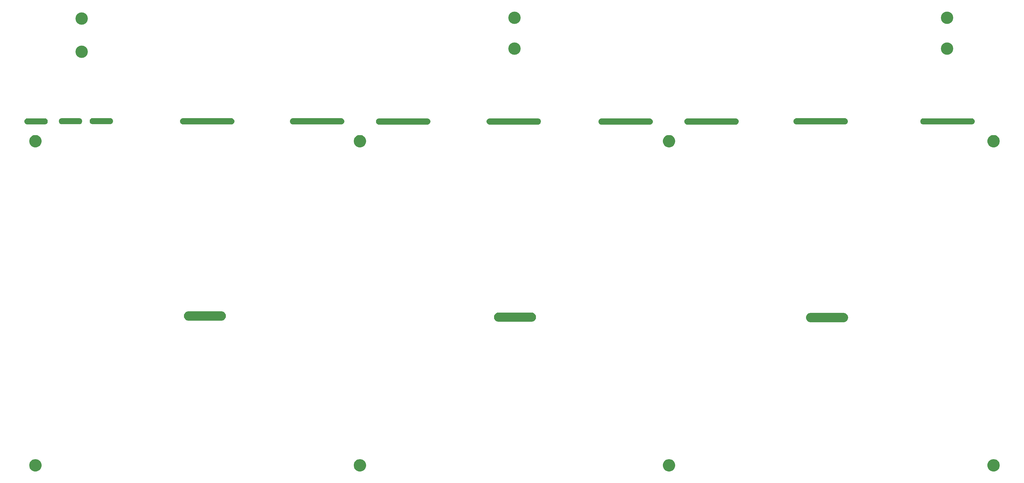
<source format=gbr>
%TF.GenerationSoftware,Altium Limited,Altium Designer,26.1.1 (7)*%
G04 Layer_Color=0*
%FSLAX43Y43*%
%MOMM*%
%TF.SameCoordinates,F910D8A4-5627-44EB-A571-6FFAAA827985*%
%TF.FilePolarity,Positive*%
%TF.FileFunction,NonPlated,1,2,NPTH,Drill*%
%TF.Part,Single*%
G01*
G75*
%TA.AperFunction,ComponentDrill*%
%ADD119C,4.000*%
G36*
X292305Y115425D02*
X307904Y115425D01*
Y115425D01*
X308036D01*
X308290Y115493D01*
X308518Y115625D01*
X308704Y115811D01*
X308836Y116039D01*
X308904Y116294D01*
Y116557D01*
X308836Y116811D01*
X308704Y117039D01*
X308518Y117225D01*
X308290Y117357D01*
X308036Y117425D01*
X307904D01*
D01*
Y117425D01*
X292305Y117425D01*
Y117425D01*
X292174D01*
X291919Y117357D01*
X291691Y117225D01*
X291505Y117039D01*
X291373Y116811D01*
X291305Y116557D01*
Y116294D01*
X291373Y116039D01*
X291505Y115811D01*
X291691Y115625D01*
X291919Y115493D01*
X292174Y115425D01*
X292305D01*
Y115425D01*
D02*
G37*
G36*
X5000Y3000D02*
X4803D01*
X4417Y3077D01*
X4053Y3228D01*
X3725Y3447D01*
X3447Y3725D01*
X3228Y4053D01*
X3077Y4417D01*
X3000Y4803D01*
Y5000D01*
Y5197D01*
X3077Y5583D01*
X3228Y5947D01*
X3447Y6275D01*
X3725Y6554D01*
X4053Y6772D01*
X4417Y6923D01*
X4803Y7000D01*
X5000D01*
X5197D01*
X5583Y6923D01*
X5947Y6772D01*
X6275Y6554D01*
X6554Y6275D01*
X6772Y5947D01*
X6923Y5583D01*
X7000Y5197D01*
Y5000D01*
Y4803D01*
X6923Y4417D01*
X6772Y4053D01*
X6554Y3725D01*
X6275Y3447D01*
X5947Y3228D01*
X5583Y3077D01*
X5197Y3000D01*
X5000D01*
D01*
D02*
G37*
G36*
X23561Y115508D02*
X29120D01*
Y115508D01*
X29251D01*
X29506Y115576D01*
X29734Y115708D01*
X29920Y115894D01*
X30052Y116122D01*
X30120Y116377D01*
Y116640D01*
X30052Y116894D01*
X29920Y117122D01*
X29734Y117308D01*
X29506Y117440D01*
X29251Y117508D01*
X29120D01*
D01*
Y117508D01*
X23561D01*
Y117508D01*
X23429D01*
X23175Y117440D01*
X22947Y117308D01*
X22760Y117122D01*
X22629Y116894D01*
X22561Y116640D01*
Y116377D01*
X22629Y116122D01*
X22760Y115894D01*
X22947Y115708D01*
X23175Y115576D01*
X23429Y115508D01*
X23561D01*
Y115508D01*
D02*
G37*
G36*
X13588Y115483D02*
X19147D01*
Y115484D01*
X19279D01*
X19533Y115552D01*
X19761Y115683D01*
X19948Y115870D01*
X20079Y116098D01*
X20147Y116352D01*
Y116615D01*
X20079Y116870D01*
X19948Y117098D01*
X19761Y117284D01*
X19533Y117415D01*
X19279Y117484D01*
X19147D01*
D01*
Y117483D01*
X13588D01*
Y117484D01*
X13457D01*
X13202Y117415D01*
X12974Y117284D01*
X12788Y117098D01*
X12656Y116870D01*
X12588Y116615D01*
Y116352D01*
X12656Y116098D01*
X12788Y115870D01*
X12974Y115683D01*
X13202Y115552D01*
X13457Y115484D01*
X13588D01*
Y115483D01*
D02*
G37*
G36*
X2441Y115425D02*
X8000D01*
Y115425D01*
X8132D01*
X8386Y115493D01*
X8614Y115625D01*
X8800Y115811D01*
X8932Y116039D01*
X9000Y116294D01*
Y116557D01*
X8932Y116811D01*
X8800Y117039D01*
X8614Y117225D01*
X8386Y117357D01*
X8132Y117425D01*
X8000D01*
D01*
Y117425D01*
X2441D01*
Y117425D01*
X2309D01*
X2055Y117357D01*
X1827Y117225D01*
X1641Y117039D01*
X1509Y116811D01*
X1441Y116557D01*
Y116294D01*
X1509Y116039D01*
X1641Y115811D01*
X1827Y115625D01*
X2055Y115493D01*
X2309Y115425D01*
X2441D01*
Y115425D01*
D02*
G37*
G36*
X52794Y115450D02*
X52662D01*
X52408Y115518D01*
X52180Y115650D01*
X51994Y115836D01*
X51862Y116064D01*
X51794Y116319D01*
Y116582D01*
X51862Y116836D01*
X51994Y117064D01*
X52180Y117250D01*
X52408Y117382D01*
X52662Y117450D01*
X52794D01*
D01*
Y117450D01*
X68393Y117450D01*
Y117450D01*
X68525D01*
X68779Y117382D01*
X69007Y117250D01*
X69193Y117064D01*
X69325Y116836D01*
X69393Y116582D01*
Y116319D01*
X69325Y116064D01*
X69193Y115836D01*
X69007Y115650D01*
X68779Y115518D01*
X68525Y115450D01*
X68393D01*
D01*
Y115450D01*
X52794Y115450D01*
D02*
G37*
G36*
X88340Y115435D02*
X103940Y115435D01*
Y115436D01*
X104071D01*
X104325Y115504D01*
X104554Y115635D01*
X104740Y115822D01*
X104871Y116050D01*
X104940Y116304D01*
Y116567D01*
X104871Y116822D01*
X104740Y117050D01*
X104554Y117236D01*
X104325Y117367D01*
X104071Y117436D01*
X103940D01*
D01*
Y117435D01*
X88340Y117435D01*
Y117436D01*
X88209D01*
X87954Y117367D01*
X87726Y117236D01*
X87540Y117050D01*
X87409Y116822D01*
X87340Y116567D01*
Y116304D01*
X87409Y116050D01*
X87540Y115822D01*
X87726Y115635D01*
X87954Y115504D01*
X88209Y115436D01*
X88340D01*
Y115435D01*
D02*
G37*
G36*
X116190Y115385D02*
X131790Y115385D01*
Y115386D01*
X131921D01*
X132175Y115454D01*
X132404Y115585D01*
X132590Y115771D01*
X132721Y116000D01*
X132790Y116254D01*
Y116517D01*
X132721Y116771D01*
X132590Y117000D01*
X132404Y117186D01*
X132175Y117317D01*
X131921Y117386D01*
X131790D01*
D01*
Y117385D01*
X116190Y117385D01*
Y117386D01*
X116059D01*
X115804Y117317D01*
X115576Y117186D01*
X115390Y117000D01*
X115259Y116771D01*
X115190Y116517D01*
Y116254D01*
X115259Y116000D01*
X115390Y115771D01*
X115576Y115585D01*
X115804Y115454D01*
X116059Y115386D01*
X116190D01*
Y115385D01*
D02*
G37*
G36*
X151981Y115386D02*
X151850D01*
X151595Y115454D01*
X151367Y115585D01*
X151181Y115771D01*
X151050Y116000D01*
X150981Y116254D01*
Y116517D01*
X151050Y116771D01*
X151181Y117000D01*
X151367Y117186D01*
X151595Y117317D01*
X151850Y117386D01*
X151981D01*
D01*
Y117385D01*
X167580Y117385D01*
Y117386D01*
X167712D01*
X167966Y117317D01*
X168194Y117186D01*
X168381Y117000D01*
X168512Y116771D01*
X168580Y116517D01*
Y116254D01*
X168512Y116000D01*
X168381Y115771D01*
X168194Y115585D01*
X167966Y115454D01*
X167712Y115386D01*
X167580D01*
D01*
Y115385D01*
X151981Y115386D01*
D02*
G37*
G36*
X188165Y115360D02*
X203765Y115360D01*
Y115361D01*
X203896D01*
X204150Y115429D01*
X204379Y115560D01*
X204565Y115746D01*
X204696Y115975D01*
X204765Y116229D01*
Y116492D01*
X204696Y116746D01*
X204565Y116975D01*
X204379Y117161D01*
X204150Y117292D01*
X203896Y117361D01*
X203765D01*
D01*
Y117360D01*
X188165Y117360D01*
Y117361D01*
X188034D01*
X187779Y117292D01*
X187551Y117161D01*
X187365Y116975D01*
X187234Y116746D01*
X187165Y116492D01*
Y116229D01*
X187234Y115975D01*
X187365Y115746D01*
X187551Y115560D01*
X187779Y115429D01*
X188034Y115361D01*
X188165D01*
Y115360D01*
D02*
G37*
G36*
X215965Y115385D02*
X231565Y115385D01*
Y115386D01*
X231696D01*
X231950Y115454D01*
X232179Y115585D01*
X232365Y115771D01*
X232496Y116000D01*
X232565Y116254D01*
Y116517D01*
X232496Y116771D01*
X232365Y117000D01*
X232179Y117186D01*
X231950Y117317D01*
X231696Y117386D01*
X231565D01*
D01*
Y117385D01*
X215965Y117385D01*
Y117386D01*
X215834D01*
X215579Y117317D01*
X215351Y117186D01*
X215165Y117000D01*
X215034Y116771D01*
X214965Y116517D01*
Y116254D01*
X215034Y116000D01*
X215165Y115771D01*
X215351Y115585D01*
X215579Y115454D01*
X215834Y115386D01*
X215965D01*
Y115385D01*
D02*
G37*
G36*
X251265Y115435D02*
X266865Y115435D01*
Y115436D01*
X266996D01*
X267250Y115504D01*
X267479Y115635D01*
X267665Y115822D01*
X267796Y116050D01*
X267865Y116304D01*
Y116567D01*
X267796Y116822D01*
X267665Y117050D01*
X267479Y117236D01*
X267250Y117367D01*
X266996Y117436D01*
X266865D01*
D01*
Y117435D01*
X251265Y117435D01*
Y117436D01*
X251134D01*
X250879Y117367D01*
X250651Y117236D01*
X250465Y117050D01*
X250334Y116822D01*
X250265Y116567D01*
Y116304D01*
X250334Y116050D01*
X250465Y115822D01*
X250651Y115635D01*
X250879Y115504D01*
X251134Y115436D01*
X251265D01*
Y115435D01*
D02*
G37*
G36*
X313000Y5000D02*
Y4803D01*
X313077Y4417D01*
X313228Y4053D01*
X313447Y3725D01*
X313725Y3447D01*
X314053Y3228D01*
X314417Y3077D01*
X314803Y3000D01*
X315000D01*
X315197D01*
X315583Y3077D01*
X315947Y3228D01*
X316275Y3447D01*
X316553Y3725D01*
X316772Y4053D01*
X316923Y4417D01*
X317000Y4803D01*
Y5000D01*
Y5197D01*
X316923Y5583D01*
X316772Y5947D01*
X316553Y6275D01*
X316275Y6554D01*
X315947Y6772D01*
X315583Y6923D01*
X315197Y7000D01*
X315000D01*
X314803D01*
X314417Y6923D01*
X314053Y6772D01*
X313725Y6554D01*
X313447Y6275D01*
X313228Y5947D01*
X313077Y5583D01*
X313000Y5197D01*
Y5000D01*
D01*
D02*
G37*
G36*
X208000D02*
Y4803D01*
X208077Y4417D01*
X208228Y4053D01*
X208446Y3725D01*
X208725Y3447D01*
X209053Y3228D01*
X209417Y3077D01*
X209803Y3000D01*
X210000D01*
X210197D01*
X210583Y3077D01*
X210947Y3228D01*
X211275Y3447D01*
X211553Y3725D01*
X211772Y4053D01*
X211923Y4417D01*
X212000Y4803D01*
Y5000D01*
Y5197D01*
X211923Y5583D01*
X211772Y5947D01*
X211553Y6275D01*
X211275Y6554D01*
X210947Y6772D01*
X210583Y6923D01*
X210197Y7000D01*
X210000D01*
X209803D01*
X209417Y6923D01*
X209053Y6772D01*
X208725Y6554D01*
X208446Y6275D01*
X208228Y5947D01*
X208077Y5583D01*
X208000Y5197D01*
Y5000D01*
D01*
D02*
G37*
G36*
X108000D02*
Y4803D01*
X108077Y4417D01*
X108228Y4053D01*
X108447Y3725D01*
X108725Y3447D01*
X109053Y3228D01*
X109417Y3077D01*
X109803Y3000D01*
X110000D01*
X110197D01*
X110583Y3077D01*
X110947Y3228D01*
X111275Y3447D01*
X111553Y3725D01*
X111772Y4053D01*
X111923Y4417D01*
X112000Y4803D01*
Y5000D01*
Y5197D01*
X111923Y5583D01*
X111772Y5947D01*
X111553Y6275D01*
X111275Y6554D01*
X110947Y6772D01*
X110583Y6923D01*
X110197Y7000D01*
X110000D01*
X109803D01*
X109417Y6923D01*
X109053Y6772D01*
X108725Y6554D01*
X108447Y6275D01*
X108228Y5947D01*
X108077Y5583D01*
X108000Y5197D01*
Y5000D01*
D01*
D02*
G37*
G36*
X110000Y108004D02*
X109803D01*
X109417Y108081D01*
X109053Y108231D01*
X108725Y108450D01*
X108447Y108729D01*
X108228Y109056D01*
X108077Y109420D01*
X108000Y109807D01*
Y110004D01*
Y110201D01*
X108077Y110587D01*
X108228Y110951D01*
X108447Y111279D01*
X108725Y111557D01*
X109053Y111776D01*
X109417Y111927D01*
X109803Y112004D01*
X110000D01*
X110197D01*
X110583Y111927D01*
X110947Y111776D01*
X111275Y111557D01*
X111553Y111279D01*
X111772Y110951D01*
X111923Y110587D01*
X112000Y110201D01*
Y110004D01*
Y109807D01*
X111923Y109420D01*
X111772Y109056D01*
X111553Y108729D01*
X111275Y108450D01*
X110947Y108231D01*
X110583Y108081D01*
X110197Y108004D01*
X110000D01*
D01*
D02*
G37*
G36*
X208000Y110004D02*
Y109807D01*
X208077Y109420D01*
X208228Y109056D01*
X208446Y108729D01*
X208725Y108450D01*
X209053Y108231D01*
X209417Y108081D01*
X209803Y108004D01*
X210000D01*
X210197D01*
X210583Y108081D01*
X210947Y108231D01*
X211275Y108450D01*
X211553Y108729D01*
X211772Y109056D01*
X211923Y109420D01*
X212000Y109807D01*
Y110004D01*
Y110201D01*
X211923Y110587D01*
X211772Y110951D01*
X211553Y111279D01*
X211275Y111557D01*
X210947Y111776D01*
X210583Y111927D01*
X210197Y112004D01*
X210000D01*
X209803D01*
X209417Y111927D01*
X209053Y111776D01*
X208725Y111557D01*
X208446Y111279D01*
X208228Y110951D01*
X208077Y110587D01*
X208000Y110201D01*
Y110004D01*
D01*
D02*
G37*
G36*
X65136Y51881D02*
X54537D01*
X54389D01*
X54099Y51938D01*
X53826Y52052D01*
X53581Y52216D01*
X53372Y52425D01*
X53208Y52670D01*
X53094Y52943D01*
X53037Y53233D01*
Y53529D01*
X53094Y53818D01*
X53208Y54091D01*
X53372Y54337D01*
X53581Y54546D01*
X53826Y54710D01*
X54099Y54823D01*
X54389Y54881D01*
X54537D01*
D01*
X65136D01*
X65284D01*
X65574Y54823D01*
X65847Y54710D01*
X66092Y54546D01*
X66301Y54337D01*
X66465Y54091D01*
X66578Y53818D01*
X66636Y53529D01*
Y53233D01*
X66578Y52943D01*
X66465Y52670D01*
X66301Y52425D01*
X66092Y52216D01*
X65847Y52052D01*
X65574Y51938D01*
X65284Y51881D01*
X65136D01*
D01*
D02*
G37*
G36*
X266427Y51384D02*
X255828D01*
X255680D01*
X255390Y51442D01*
X255117Y51555D01*
X254871Y51719D01*
X254662Y51928D01*
X254498Y52174D01*
X254385Y52447D01*
X254328Y52737D01*
Y53032D01*
X254385Y53322D01*
X254498Y53595D01*
X254662Y53841D01*
X254871Y54050D01*
X255117Y54214D01*
X255390Y54327D01*
X255680Y54384D01*
X255828D01*
D01*
X266427D01*
X266574D01*
X266864Y54327D01*
X267137Y54214D01*
X267383Y54050D01*
X267592Y53841D01*
X267756Y53595D01*
X267869Y53322D01*
X267927Y53032D01*
Y52737D01*
X267869Y52447D01*
X267756Y52174D01*
X267592Y51928D01*
X267383Y51719D01*
X267137Y51555D01*
X266864Y51442D01*
X266574Y51384D01*
X266427D01*
D01*
D02*
G37*
G36*
X313000Y110004D02*
Y109807D01*
X313077Y109420D01*
X313228Y109056D01*
X313447Y108729D01*
X313725Y108450D01*
X314053Y108231D01*
X314417Y108081D01*
X314803Y108004D01*
X315000D01*
X315197D01*
X315583Y108081D01*
X315947Y108231D01*
X316275Y108450D01*
X316553Y108729D01*
X316772Y109056D01*
X316923Y109420D01*
X317000Y109807D01*
Y110004D01*
Y110201D01*
X316923Y110587D01*
X316772Y110951D01*
X316553Y111279D01*
X316275Y111557D01*
X315947Y111776D01*
X315583Y111927D01*
X315197Y112004D01*
X315000D01*
X314803D01*
X314417Y111927D01*
X314053Y111776D01*
X313725Y111557D01*
X313447Y111279D01*
X313228Y110951D01*
X313077Y110587D01*
X313000Y110201D01*
Y110004D01*
D01*
D02*
G37*
G36*
X5000Y108004D02*
X4803D01*
X4417Y108081D01*
X4053Y108231D01*
X3725Y108450D01*
X3447Y108729D01*
X3228Y109056D01*
X3077Y109420D01*
X3000Y109807D01*
Y110004D01*
Y110201D01*
X3077Y110587D01*
X3228Y110951D01*
X3447Y111279D01*
X3725Y111557D01*
X4053Y111776D01*
X4417Y111927D01*
X4803Y112004D01*
X5000D01*
X5197D01*
X5583Y111927D01*
X5947Y111776D01*
X6275Y111557D01*
X6554Y111279D01*
X6772Y110951D01*
X6923Y110587D01*
X7000Y110201D01*
Y110004D01*
Y109807D01*
X6923Y109420D01*
X6772Y109056D01*
X6554Y108729D01*
X6275Y108450D01*
X5947Y108231D01*
X5583Y108081D01*
X5197Y108004D01*
X5000D01*
D01*
D02*
G37*
G36*
X165483Y51501D02*
X154883D01*
X154736D01*
X154446Y51558D01*
X154173Y51671D01*
X153927Y51835D01*
X153718Y52044D01*
X153554Y52290D01*
X153441Y52563D01*
X153383Y52853D01*
Y53148D01*
X153441Y53438D01*
X153554Y53711D01*
X153718Y53957D01*
X153927Y54166D01*
X154173Y54330D01*
X154446Y54443D01*
X154736Y54501D01*
X154883D01*
D01*
X165483D01*
X165630D01*
X165920Y54443D01*
X166193Y54330D01*
X166439Y54166D01*
X166648Y53957D01*
X166812Y53711D01*
X166925Y53438D01*
X166983Y53148D01*
Y52853D01*
X166925Y52563D01*
X166812Y52290D01*
X166648Y52044D01*
X166439Y51835D01*
X166193Y51671D01*
X165920Y51558D01*
X165630Y51501D01*
X165483D01*
D01*
D02*
G37*
D119*
X160000Y140004D02*
D03*
Y150004D02*
D03*
X300000Y140004D02*
D03*
Y150004D02*
D03*
X20000Y138976D02*
D03*
Y149726D02*
D03*
%TF.MD5,ef5ec374d4c13cd9d34a1fb0da1b736e*%
M02*

</source>
